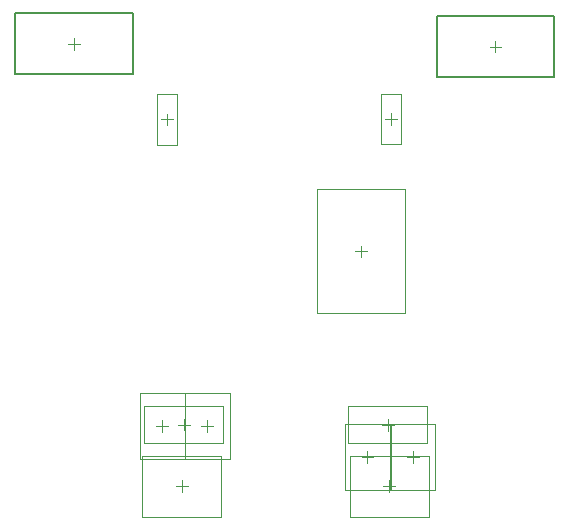
<source format=gbr>
%TF.GenerationSoftware,Altium Limited,Altium Designer,24.3.1 (35)*%
G04 Layer_Color=32768*
%FSLAX43Y43*%
%MOMM*%
%TF.SameCoordinates,9DAA59CA-406A-4E62-98C5-13318CB5E6F2*%
%TF.FilePolarity,Positive*%
%TF.FileFunction,Other,Mechanical_15*%
%TF.Part,Single*%
G01*
G75*
%TA.AperFunction,NonConductor*%
%ADD41C,0.200*%
%ADD66C,0.050*%
%ADD67C,0.100*%
D41*
X42198Y51429D02*
X52178D01*
X42198Y46269D02*
Y51429D01*
Y46269D02*
X52178D01*
Y51429D01*
X6486Y51658D02*
X16466D01*
X6486Y46498D02*
Y51658D01*
Y46498D02*
X16466D01*
Y51658D01*
D66*
X32114Y26246D02*
X39514D01*
X32114Y36746D02*
X39514D01*
Y26246D02*
Y36746D01*
X32114Y26246D02*
Y36746D01*
X17275Y9008D02*
Y14208D01*
X23975Y9008D02*
Y14208D01*
X17275D02*
X23975D01*
X17275Y9008D02*
X23975D01*
X34725Y15255D02*
X41425D01*
X34725D02*
Y18375D01*
X41425Y15255D02*
Y18375D01*
X34725D02*
X41425D01*
X17453Y18400D02*
X24153D01*
Y15280D02*
Y18400D01*
X17453Y15280D02*
Y18400D01*
Y15280D02*
X24153D01*
X20874Y13888D02*
Y19488D01*
X17074Y13888D02*
Y19488D01*
Y13888D02*
X20874D01*
X17074Y19488D02*
X20874D01*
X24684Y13913D02*
Y19513D01*
X20884Y13913D02*
Y19513D01*
Y13913D02*
X24684D01*
X20884Y19513D02*
X24684D01*
X38247Y11272D02*
Y16872D01*
X34447Y11272D02*
Y16872D01*
Y11272D02*
X38247D01*
X34447Y16872D02*
X38247D01*
X42108Y11272D02*
Y16872D01*
X38308Y11272D02*
Y16872D01*
Y11272D02*
X42108D01*
X38308Y16872D02*
X42108D01*
X34852Y9008D02*
X41552D01*
X34852Y14208D02*
X41552D01*
Y9008D02*
Y14208D01*
X34852Y9008D02*
Y14208D01*
X18505Y44797D02*
X20255D01*
X18505Y40547D02*
Y44797D01*
Y40547D02*
X20255D01*
Y44797D01*
X37479Y44822D02*
X39229D01*
X37479Y40572D02*
Y44822D01*
Y40572D02*
X39229D01*
Y44822D01*
D67*
X46688Y48849D02*
X47688D01*
X47188Y48349D02*
Y49349D01*
X10976Y49078D02*
X11976D01*
X11476Y48578D02*
Y49578D01*
X35814Y30996D02*
Y31996D01*
X35314Y31496D02*
X36314D01*
X20125Y11608D02*
X21125D01*
X20625Y11108D02*
Y12108D01*
X37575Y16815D02*
X38575D01*
X38075Y16315D02*
Y17315D01*
X20803Y16340D02*
Y17340D01*
X20303Y16840D02*
X21303D01*
X18474Y16688D02*
X19474D01*
X18974Y16188D02*
Y17188D01*
X22284Y16713D02*
X23284D01*
X22784Y16213D02*
Y17213D01*
X35847Y14072D02*
X36847D01*
X36347Y13572D02*
Y14572D01*
X39708Y14072D02*
X40708D01*
X40208Y13572D02*
Y14572D01*
X38202Y11108D02*
Y12108D01*
X37702Y11608D02*
X38702D01*
X18880Y42672D02*
X19880D01*
X19380Y42172D02*
Y43172D01*
X37854Y42697D02*
X38854D01*
X38354Y42197D02*
Y43197D01*
%TF.MD5,a00252228c66e0ef013f599c19989333*%
M02*

</source>
